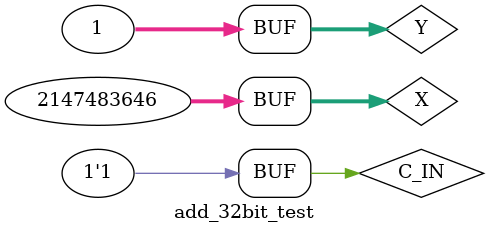
<source format=v>
`timescale 1ns / 1ps


module add_32bit_test;

	// Inputs
	reg [31:0] X;
	reg [31:0] Y;
	reg C_IN;

	// Outputs
	wire [31:0] Z;
	wire C_OUT;

	// Instantiate the Unit Under Test (UUT)
	add_32bit uut (
		.X(X), 
		.Y(Y), 
		.C_IN(C_IN), 
		.Z(Z), 
		.C_OUT(C_OUT)
	);

	initial begin
		// Test 0, +/-1, N-1, and N, where N is the largest +/- 32-bit integer.
      X = 32'h0; Y = 32'h0; C_IN = 1'b0; #10;
      X = 32'h1; Y = 32'h0; C_IN = 1'b0; #10;
      X = 32'h0; Y = 32'h1; C_IN = 1'b1; #10;
      X = 32'h1; Y = 32'h1; C_IN = 1'b1; #10;
      X = 32'hffffffff; Y = 32'h0; C_IN = 1'b0; #10;
      X = 32'h0; Y = 32'hffffffff; C_IN = 1'b1; #10;
      X = 32'hffffffff; Y = 32'hffffffff; C_IN = 1'b0; #10;
      X = 32'h1; Y = 32'hffffffff; C_IN = 1'b0; #10;
      X = 32'hffffffff; Y = 32'h1; C_IN = 1'b0; #10;
      X = 32'hffffffff; Y = 32'h2; C_IN = 1'b0; #10;
      X = 32'b0011; Y = 32'b1100; C_IN = 1'b0; #100;
      X = 32'b0001; Y = 32'b1111; C_IN = 1'b0; #100;
      X = 32'hffffffff; Y = 32'h7fffffff; C_IN = 1'b0; #10;
      X = 32'h80000000; Y = 32'h7ffffffe; C_IN = 1'b0; #10;
      X = 32'h80000000; Y = 32'h1; C_IN = 1'b0; #10;
      X = 32'h7fffffff; Y = 32'h1; C_IN = 1'b0; #10;
      X = 32'h7fffffff; Y = 32'h7fffffff; C_IN = 1'b0; #10;
      X = 32'h7ffffffe; Y = 32'h1; C_IN = 1'b1; #10;

	end
      
endmodule


</source>
